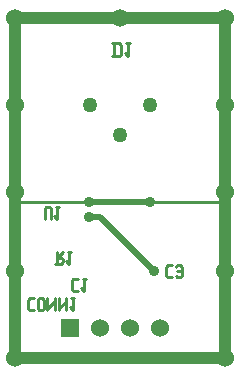
<source format=gbr>
G04 start of page 3 for group 1 idx 1 *
G04 Title: (unknown), solder *
G04 Creator: pcb 20100929 *
G04 CreationDate: Wed Aug 24 19:23:26 2011 UTC *
G04 For: user1 *
G04 Format: Gerber/RS-274X *
G04 PCB-Dimensions: 600000 500000 *
G04 PCB-Coordinate-Origin: lower left *
%MOIN*%
%FSLAX25Y25*%
%LNBACK*%
%ADD11C,0.0200*%
%ADD12C,0.0100*%
%ADD13C,0.0400*%
%ADD14C,0.0500*%
%ADD15C,0.0600*%
%ADD16C,0.0360*%
%ADD19C,0.0225*%
%ADD20C,0.0380*%
%ADD21C,0.0350*%
G54D13*X95000Y464000D02*X165000D01*
Y350500D01*
X95000D01*
G54D11*X119750Y402500D02*X140250D01*
G54D12*X95000D02*X165000D01*
G54D11*X123595Y397500D02*X141595Y379500D01*
G54D13*X95000Y350500D02*Y464000D01*
G54D11*X119750Y397500D02*X123595D01*
G54D12*X100000Y370500D02*X101500D01*
X99500Y370000D02*X100000Y370500D01*
X99500Y367000D02*Y370000D01*
Y367000D02*X100000Y366500D01*
X101500D01*
X102701Y367000D02*Y370000D01*
Y367000D02*X103201Y366500D01*
X104201D01*
X104701Y367000D01*
Y370000D01*
X104201Y370500D02*X104701Y370000D01*
X103201Y370500D02*X104201D01*
X102701Y370000D02*X103201Y370500D01*
X105902Y366500D02*Y370500D01*
Y366500D02*Y367000D01*
X108402Y369500D01*
Y366500D02*Y370500D01*
X109603Y366500D02*Y370500D01*
Y366500D02*Y367000D01*
X112103Y369500D01*
Y366500D02*Y370500D01*
X113804D02*X114804D01*
X114304Y366500D02*Y370500D01*
X113304Y367500D02*X114304Y366500D01*
X146000Y381500D02*X147500D01*
X145500Y381000D02*X146000Y381500D01*
X145500Y378000D02*Y381000D01*
Y378000D02*X146000Y377500D01*
X147500D01*
X148701Y378000D02*X149201Y377500D01*
X150201D01*
X150701Y378000D01*
Y381000D01*
X150201Y381500D02*X150701Y381000D01*
X149201Y381500D02*X150201D01*
X148701Y381000D02*X149201Y381500D01*
Y379500D02*X150701D01*
X128055Y451110D02*Y455550D01*
X129720Y451110D02*X130275Y451665D01*
Y454995D01*
X129720Y455550D02*X130275Y454995D01*
X127500Y455550D02*X129720D01*
X127500Y451110D02*X129720D01*
X132163Y455550D02*X133273D01*
X132718Y451110D02*Y455550D01*
X131608Y452220D02*X132718Y451110D01*
X114500Y377000D02*X116000D01*
X114000Y376500D02*X114500Y377000D01*
X114000Y373500D02*Y376500D01*
Y373500D02*X114500Y373000D01*
X116000D01*
X117701Y377000D02*X118701D01*
X118201Y373000D02*Y377000D01*
X117201Y374000D02*X118201Y373000D01*
X105000Y397000D02*Y400500D01*
X105500Y401000D01*
X106500D01*
X107000Y400500D01*
Y397000D02*Y400500D01*
X108701Y401000D02*X109701D01*
X109201Y397000D02*Y401000D01*
X108201Y398000D02*X109201Y397000D01*
X108500Y382000D02*X110500D01*
X111000Y382500D01*
Y383500D01*
X110500Y384000D02*X111000Y383500D01*
X109000Y384000D02*X110500D01*
X109000Y382000D02*Y386000D01*
Y384000D02*X111000Y386000D01*
X112701D02*X113701D01*
X113201Y382000D02*Y386000D01*
X112201Y383000D02*X113201Y382000D01*
G54D14*X140000Y435000D03*
X120000D03*
X130000Y425000D03*
G54D11*G36*
X110500Y363500D02*Y357500D01*
X116500D01*
Y363500D01*
X110500D01*
G37*
G54D15*X123500Y360500D03*
X133500D03*
X143500D03*
X95000Y379500D03*
Y406000D03*
X165000Y379500D03*
Y406000D03*
Y464000D03*
X95000D03*
Y435000D03*
X165000D03*
X130000Y464000D03*
X95000Y350500D03*
X165000D03*
G54D16*X119750Y402500D03*
X140250D03*
X119750Y397500D03*
X141595Y379500D03*
G54D19*G54D20*G54D21*G54D11*M02*

</source>
